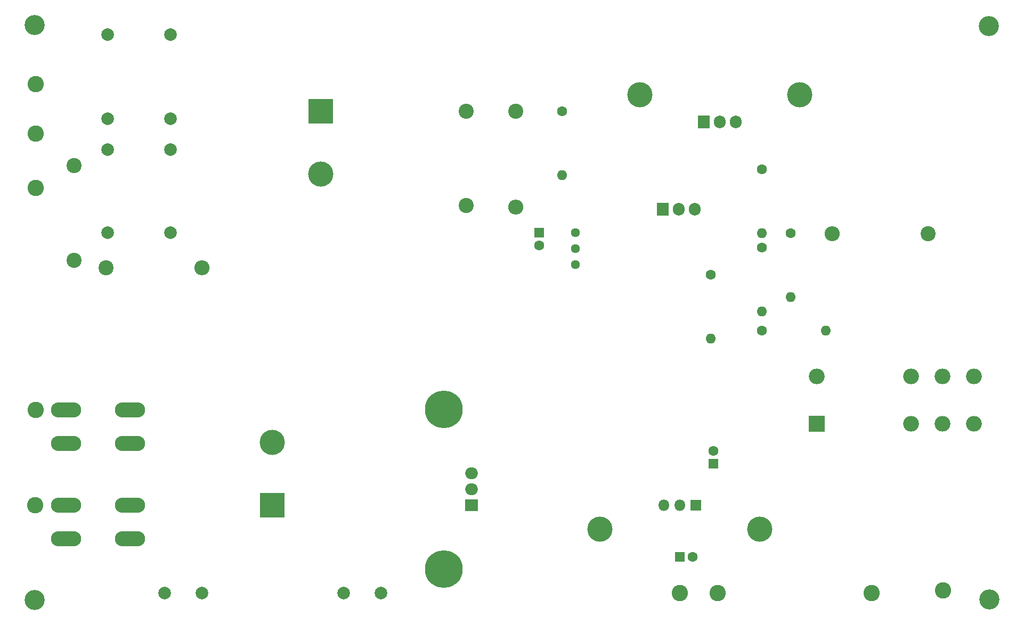
<source format=gbr>
G04 #@! TF.GenerationSoftware,KiCad,Pcbnew,(5.1.10-0-10_14)*
G04 #@! TF.CreationDate,2021-07-18T20:01:09+02:00*
G04 #@! TF.ProjectId,hv-power-supply-v1,68762d70-6f77-4657-922d-737570706c79,rev?*
G04 #@! TF.SameCoordinates,Original*
G04 #@! TF.FileFunction,Soldermask,Bot*
G04 #@! TF.FilePolarity,Negative*
%FSLAX46Y46*%
G04 Gerber Fmt 4.6, Leading zero omitted, Abs format (unit mm)*
G04 Created by KiCad (PCBNEW (5.1.10-0-10_14)) date 2021-07-18 20:01:09*
%MOMM*%
%LPD*%
G01*
G04 APERTURE LIST*
%ADD10C,6.000000*%
%ADD11C,4.000000*%
%ADD12R,4.000000X4.000000*%
%ADD13R,2.000000X1.905000*%
%ADD14O,2.000000X1.905000*%
%ADD15O,2.400000X2.400000*%
%ADD16C,2.400000*%
%ADD17O,4.800600X2.400300*%
%ADD18C,1.600000*%
%ADD19R,1.600000X1.600000*%
%ADD20C,2.000000*%
%ADD21O,1.600000X1.600000*%
%ADD22O,1.905000X2.000000*%
%ADD23R,1.905000X2.000000*%
%ADD24C,2.600000*%
%ADD25C,1.440000*%
%ADD26O,2.500000X2.500000*%
%ADD27R,2.500000X2.500000*%
%ADD28R,1.800000X1.800000*%
%ADD29O,1.800000X1.800000*%
%ADD30C,3.200000*%
G04 APERTURE END LIST*
D10*
X124206000Y-135890000D03*
X124206000Y-110490000D03*
D11*
X96990000Y-115753000D03*
D12*
X96990000Y-125753000D03*
D13*
X128613000Y-125753000D03*
D14*
X128613000Y-123213000D03*
X128613000Y-120673000D03*
D11*
X155410000Y-60475000D03*
X180810000Y-60475000D03*
X149060000Y-129563000D03*
X174460000Y-129563000D03*
D15*
X185991500Y-82550000D03*
D16*
X201231500Y-82550000D03*
D17*
X64224000Y-110640000D03*
X74384000Y-110640000D03*
X74384000Y-131087000D03*
X64224000Y-131087000D03*
X74384000Y-125753000D03*
X64224000Y-125753000D03*
X64224000Y-115974000D03*
X74384000Y-115974000D03*
D18*
X167094000Y-117149000D03*
D19*
X167094000Y-119149000D03*
D15*
X85814000Y-88034000D03*
D16*
X70574000Y-88034000D03*
D20*
X70828000Y-69238000D03*
X80828000Y-69238000D03*
X70828000Y-82446000D03*
X80828000Y-82446000D03*
X70828000Y-64285000D03*
X80828000Y-64285000D03*
X70828000Y-50950000D03*
X80828000Y-50950000D03*
D21*
X166649500Y-99273500D03*
D18*
X166649500Y-89113500D03*
D21*
X143002000Y-73279000D03*
D18*
X143002000Y-63119000D03*
D21*
X174777500Y-82509500D03*
D18*
X174777500Y-72349500D03*
D22*
X170650000Y-64793000D03*
X168110000Y-64793000D03*
D23*
X165570000Y-64793000D03*
D22*
X164109500Y-78699500D03*
X161569500Y-78699500D03*
D23*
X159029500Y-78699500D03*
D24*
X167729000Y-139723000D03*
X161760000Y-139723000D03*
X59398000Y-110640000D03*
X59271000Y-125753000D03*
X59398000Y-75334000D03*
X59398000Y-66698000D03*
X59398000Y-58824000D03*
D18*
X163760000Y-134008000D03*
D19*
X161760000Y-134008000D03*
D25*
X145186500Y-87526000D03*
X145186500Y-84986000D03*
X145186500Y-82446000D03*
D26*
X183496000Y-105299000D03*
X198496000Y-105299000D03*
X203496000Y-105299000D03*
X208496000Y-105299000D03*
X208496000Y-112799000D03*
X203496000Y-112799000D03*
X198496000Y-112799000D03*
D27*
X183496000Y-112799000D03*
D21*
X179349500Y-92669500D03*
D18*
X179349500Y-82509500D03*
D15*
X135636000Y-78359000D03*
D16*
X135636000Y-63119000D03*
D21*
X184937500Y-98003500D03*
D18*
X174777500Y-98003500D03*
D21*
X174777500Y-94955500D03*
D18*
X174777500Y-84795500D03*
D20*
X108293000Y-139723000D03*
X114262000Y-139723000D03*
X79845000Y-139723000D03*
X85814000Y-139723000D03*
D24*
X192240000Y-139723000D03*
X203543000Y-139342000D03*
D18*
X139382500Y-84423000D03*
D19*
X139382500Y-82423000D03*
D16*
X127762000Y-63119000D03*
X127762000Y-78119000D03*
D11*
X104711500Y-73119000D03*
D12*
X104711500Y-63119000D03*
D16*
X65494000Y-86778000D03*
X65494000Y-71778000D03*
D28*
X164300000Y-125753000D03*
D29*
X161760000Y-125753000D03*
X159220000Y-125753000D03*
D30*
X210947000Y-140716000D03*
X59182000Y-140843000D03*
X210820000Y-49530000D03*
X59182000Y-49403000D03*
M02*

</source>
